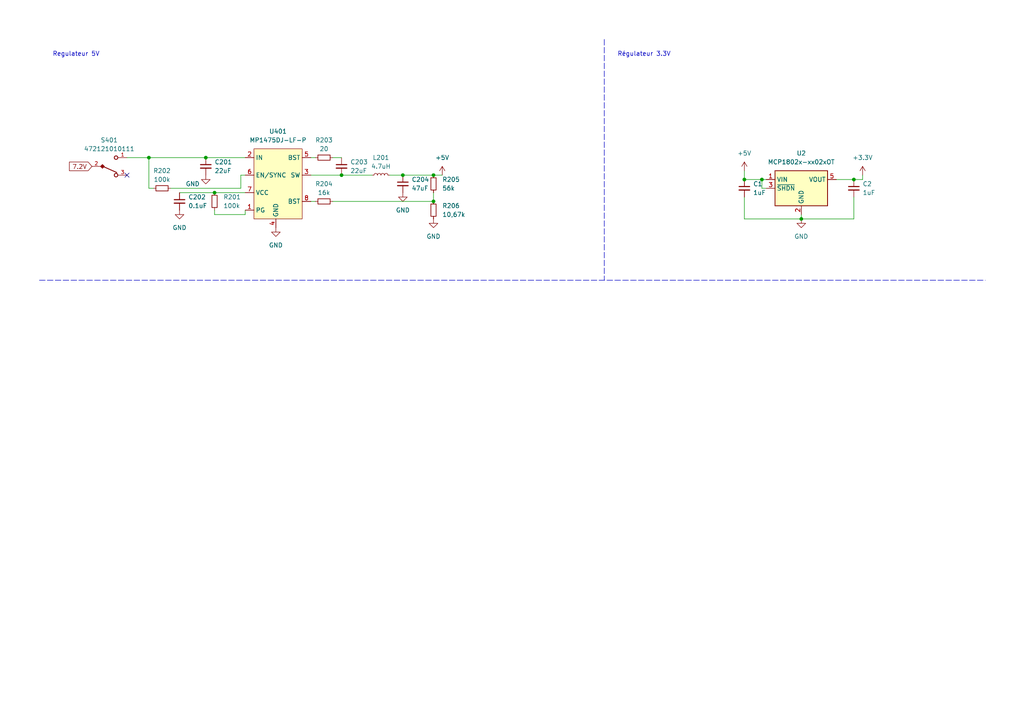
<source format=kicad_sch>
(kicad_sch (version 20230121) (generator eeschema)
  (paper "A4")
  (lib_symbols
    (symbol "Device:C_Small" (pin_numbers hide) (pin_names (offset 0.254) hide)
      (property "Reference" "C" (at 0.254 1.778 0))
      (property "Value" "C_Small" (at 0.254 -2.032 0))
      (symbol "C_Small_0_1"
        (polyline (pts (xy -1.524 -0.508) (xy 1.524 -0.508)) (stroke (width 0.3302)))
        (polyline (pts (xy -1.524 0.508) (xy 1.524 0.508)) (stroke (width 0.3048)))
      )
      (symbol "C_Small_1_1"
        (pin passive line (at 0 2.54 270) (length 2.032) (name "~") (number "1"))
        (pin passive line (at 0 -2.54 90) (length 2.032) (name "~") (number "2"))
      )
    )
    (symbol "Device:L_Small" (pin_numbers hide) (pin_names (offset 0.254) hide)
      (property "Reference" "L" (at 0.762 1.016 0))
      (property "Value" "L_Small" (at 0.762 -1.016 0))
      (symbol "L_Small_0_1"
        (arc (start 0 -2.032) (mid 0.5058 -1.524) (end 0 -1.016))
        (arc (start 0 -1.016) (mid 0.5058 -0.508) (end 0 0))
        (arc (start 0 0) (mid 0.5058 0.508) (end 0 1.016))
        (arc (start 0 1.016) (mid 0.5058 1.524) (end 0 2.032))
      )
      (symbol "L_Small_1_1"
        (pin passive line (at 0 2.54 270) (length 0.508) (name "~") (number "1"))
        (pin passive line (at 0 -2.54 90) (length 0.508) (name "~") (number "2"))
      )
    )
    (symbol "Device:R_Small" (pin_numbers hide) (pin_names (offset 0.254) hide)
      (property "Reference" "R" (at 0.762 0.508 0))
      (property "Value" "R_Small" (at 0.762 -1.016 0))
      (symbol "R_Small_0_1"
        (rectangle (start -0.762 1.778) (end 0.762 -1.778) (stroke (width 0.2032)))
      )
      (symbol "R_Small_1_1"
        (pin passive line (at 0 2.54 270) (length 0.762) (name "~") (number "1"))
        (pin passive line (at 0 -2.54 90) (length 0.762) (name "~") (number "2"))
      )
    )
    (symbol "MP1475:MP1475DJ-LF-P"
      (property "Reference" "U" (at -1.27 3.81 0))
      (property "Value" "MP1475DJ-LF-P" (at 0 1.27 0))
      (symbol "MP1475DJ-LF-P_1_1"
        (rectangle (start -12.7 -1.27) (end 1.27 -21.59) (fill (type background)))
        (pin output line (at -15.24 -19.05 0) (length 2.54) (name "PG") (number "1"))
        (pin power_in line (at -15.24 -3.81 0) (length 2.54) (name "IN") (number "2"))
        (pin output line (at 3.81 -8.89 180) (length 2.54) (name "SW") (number "3"))
        (pin power_in line (at -6.35 -24.13 90) (length 2.54) (name "GND") (number "4"))
        (pin output line (at 3.81 -3.81 180) (length 2.54) (name "BST") (number "5"))
        (pin input line (at -15.24 -8.89 0) (length 2.54) (name "EN/SYNC") (number "6"))
        (pin output line (at -15.24 -13.97 0) (length 2.54) (name "VCC") (number "7"))
        (pin output line (at 3.81 -16.51 180) (length 2.54) (name "BST") (number "8"))
      )
    )
    (symbol "Regulator_Linear:MCP1802x-xx02xOT"
      (property "Reference" "U" (at -6.35 6.35 0))
      (property "Value" "MCP1802x-xx02xOT" (at 0 6.35 0))
      (symbol "MCP1802x-xx02xOT_0_1"
        (rectangle (start -7.62 5.08) (end 7.62 -5.08) (stroke (width 0.254)) (fill (type background)))
      )
      (symbol "MCP1802x-xx02xOT_1_1"
        (pin power_in line (at -10.16 2.54 0) (length 2.54) (name "VIN") (number "1"))
        (pin power_in line (at 0 -7.62 90) (length 2.54) (name "GND") (number "2"))
        (pin input line (at -10.16 0 0) (length 2.54) (name "~{SHDN}") (number "3"))
        (pin no_connect line (at 7.62 0 180) (length 2.54) hide (name "NC") (number "4"))
        (pin power_out line (at 10.16 2.54 180) (length 2.54) (name "VOUT") (number "5"))
      )
    )
    (symbol "SWITCH:472121010111" (pin_names (offset 1.016))
      (property "Reference" "S" (at 0 3.81 0))
      (property "Value" "472121010111" (at 0 -5.08 0))
      (symbol "472121010111_0_0"
        (polyline (pts (xy -1.905 0) (xy 2.1082 -1.778)) (stroke (width 0.254)))
        (polyline (pts (xy -2.032 -0.508) (xy -2.54 0) (xy -2.032 0.508) (xy -1.524 0) (xy -2.032 -0.508)) (stroke (width 0.254)) (fill (type outline)))
        (circle (center 1.905 -2.54) (radius 0.508) (stroke (width 0.254)))
        (circle (center 1.905 2.54) (radius 0.508) (stroke (width 0.254)))
        (pin passive line (at 5.08 2.54 180) (length 2.54) (name "~") (number "1"))
        (pin passive line (at -5.08 0 0) (length 2.54) (name "~") (number "2"))
        (pin passive line (at 5.08 -2.54 180) (length 2.54) (name "~") (number "3"))
      )
    )
    (symbol "power:+3.3V" (power) (pin_names (offset 0))
      (property "Value" "+3.3V" (at 0 3.556 0))
      (symbol "+3.3V_0_1"
        (polyline (pts (xy -0.762 1.27) (xy 0 2.54)))
        (polyline (pts (xy 0 0) (xy 0 2.54)))
        (polyline (pts (xy 0 2.54) (xy 0.762 1.27)))
      )
      (symbol "+3.3V_1_1"
        (pin power_in line (at 0 0 90) (length 0) hide (name "+3.3V") (number "1"))
      )
    )
    (symbol "power:+5V" (power) (pin_names (offset 0))
      (property "Value" "+5V" (at 0 3.556 0))
      (symbol "+5V_0_1"
        (polyline (pts (xy -0.762 1.27) (xy 0 2.54)))
        (polyline (pts (xy 0 0) (xy 0 2.54)))
        (polyline (pts (xy 0 2.54) (xy 0.762 1.27)))
      )
      (symbol "+5V_1_1"
        (pin power_in line (at 0 0 90) (length 0) hide (name "+5V") (number "1"))
      )
    )
    (symbol "power:GND" (power) (pin_names (offset 0))
      (property "Value" "GND" (at 0 -3.81 0))
      (symbol "GND_0_1"
        (polyline (pts (xy 0 0) (xy 0 -1.27) (xy 1.27 -1.27) (xy 0 -2.54) (xy -1.27 -1.27) (xy 0 -1.27)))
      )
      (symbol "GND_1_1"
        (pin power_in line (at 0 0 270) (length 0) hide (name "GND") (number "1"))
      )
    )
  )
  (junction (at 247.65 52.07))
  (junction (at 62.23 55.88))
  (junction (at 220.98 52.07))
  (junction (at 125.73 50.8))
  (junction (at 43.18 45.72))
  (junction (at 99.06 50.8))
  (junction (at 215.9 52.07))
  (junction (at 125.73 58.42))
  (junction (at 59.69 45.72))
  (junction (at 116.84 50.8))
  (junction (at 232.41 63.5))
  (no_connect (at 36.83 50.8))
  (wire (pts (xy 116.84 50.8) (xy 125.73 50.8)))
  (polyline (pts (xy 175.26 11.43) (xy 175.26 81.28)) (stroke (width 0) (type dash)))
  (wire (pts (xy 90.17 45.72) (xy 91.44 45.72)))
  (wire (pts (xy 232.41 63.5) (xy 247.65 63.5)))
  (wire (pts (xy 247.65 63.5) (xy 247.65 57.15)))
  (wire (pts (xy 62.23 62.23) (xy 62.23 60.96)))
  (wire (pts (xy 215.9 49.53) (xy 215.9 52.07)))
  (wire (pts (xy 90.17 58.42) (xy 91.44 58.42)))
  (wire (pts (xy 71.12 60.96) (xy 71.12 62.23)))
  (wire (pts (xy 222.25 54.61) (xy 220.98 54.61)))
  (wire (pts (xy 59.69 45.72) (xy 71.12 45.72)))
  (wire (pts (xy 43.18 54.61) (xy 43.18 45.72)))
  (wire (pts (xy 96.52 45.72) (xy 99.06 45.72)))
  (wire (pts (xy 90.17 50.8) (xy 99.06 50.8)))
  (wire (pts (xy 215.9 52.07) (xy 220.98 52.07)))
  (wire (pts (xy 215.9 63.5) (xy 232.41 63.5)))
  (wire (pts (xy 247.65 52.07) (xy 250.19 52.07)))
  (wire (pts (xy 44.45 54.61) (xy 43.18 54.61)))
  (wire (pts (xy 99.06 50.8) (xy 107.95 50.8)))
  (wire (pts (xy 52.07 55.88) (xy 62.23 55.88)))
  (wire (pts (xy 220.98 54.61) (xy 220.98 52.07)))
  (wire (pts (xy 220.98 52.07) (xy 222.25 52.07)))
  (wire (pts (xy 250.19 50.8) (xy 250.19 52.07)))
  (wire (pts (xy 69.85 50.8) (xy 69.85 54.61)))
  (wire (pts (xy 43.18 45.72) (xy 59.69 45.72)))
  (wire (pts (xy 113.03 50.8) (xy 116.84 50.8)))
  (wire (pts (xy 125.73 50.8) (xy 128.27 50.8)))
  (wire (pts (xy 71.12 50.8) (xy 69.85 50.8)))
  (wire (pts (xy 242.57 52.07) (xy 247.65 52.07)))
  (polyline (pts (xy 11.43 81.28) (xy 285.75 81.28)) (stroke (width 0) (type dash)))
  (wire (pts (xy 62.23 55.88) (xy 71.12 55.88)))
  (wire (pts (xy 36.83 45.72) (xy 43.18 45.72)))
  (wire (pts (xy 69.85 54.61) (xy 49.53 54.61)))
  (wire (pts (xy 125.73 55.88) (xy 125.73 58.42)))
  (wire (pts (xy 215.9 57.15) (xy 215.9 63.5)))
  (wire (pts (xy 62.23 62.23) (xy 71.12 62.23)))
  (wire (pts (xy 96.52 58.42) (xy 125.73 58.42)))
  (wire (pts (xy 232.41 63.5) (xy 232.41 62.23)))
  (text "Regulateur 5V" (at 15.24 16.51 0) (effects (font (size 1.27 1.27)) (justify left bottom)))
  (text "Régulateur 3.3V\n" (at 179.07 16.51 0) (effects (font (size 1.27 1.27)) (justify left bottom)))
  (global_label "7.2V" (shape input) (at 26.67 48.26 180) (property "Intersheetrefs" "${INTERSHEET_REFS}" (effects hide)))
  (symbol (lib_id "Device:R_Small") (at 93.98 58.42 90) (unit 1)
    (property "Reference" "R204" (at 93.98 53.34 90))
    (property "Value" "16k" (at 93.98 55.88 90))
    (instances (project "KiCadAlimentation" (path "" (reference "R204") (unit 1))) (project "robot" (path "" (reference "R404") (unit 1))) (project "Regulateurs" (path "" (reference "R204") (unit 1))))
  )
  (symbol (lib_id "Regulator_Linear:MCP1802x-xx02xOT") (at 232.41 54.61 0) (unit 1)
    (property "Reference" "U2" (at 232.41 44.45 0))
    (property "Value" "MCP1802x-xx02xOT" (at 232.41 46.99 0))
    (property "Footprint" "Package_TO_SOT_SMD:SOT-23-5" (effects hide))
    (property "Datasheet" "http://ww1.microchip.com/downloads/en/DeviceDoc/22053C.pdf" (effects hide))
    (instances (project "TD1" (path "" (reference "U2") (unit 1))) (project "robot" (path "" (reference "U402") (unit 1))) (project "USB" (path "" (reference "U2") (unit 1))))
  )
  (symbol (lib_id "power:GND") (at 59.69 50.8 0) (unit 1)
    (property "Reference" "#PWR0203" (effects hide))
    (property "Value" "GND" (at 55.88 53.34 0))
    (instances (project "KiCadAlimentation" (path "" (reference "#PWR0203") (unit 1))) (project "robot" (path "" (reference "#PWR0402") (unit 1))) (project "Regulateurs" (path "" (reference "#PWR0203") (unit 1))))
  )
  (symbol (lib_id "power:GND") (at 116.84 55.88 0) (unit 1)
    (property "Reference" "#PWR0204" (effects hide))
    (property "Value" "GND" (at 116.84 60.96 0))
    (instances (project "KiCadAlimentation" (path "" (reference "#PWR0204") (unit 1))) (project "robot" (path "" (reference "#PWR0404") (unit 1))) (project "Regulateurs" (path "" (reference "#PWR0204") (unit 1))))
  )
  (symbol (lib_id "Device:C_Small") (at 116.84 53.34 0) (unit 1)
    (property "Reference" "C204" (at 119.38 52.0763 0) (effects (justify left)))
    (property "Value" "47uF" (at 119.38 54.6163 0) (effects (justify left)))
    (instances (project "KiCadAlimentation" (path "" (reference "C204") (unit 1))) (project "robot" (path "" (reference "C404") (unit 1))) (project "Regulateurs" (path "" (reference "C204") (unit 1))))
  )
  (symbol (lib_id "Device:L_Small") (at 110.49 50.8 90) (unit 1)
    (property "Reference" "L201" (at 110.49 45.72 90))
    (property "Value" "4.7uH" (at 110.49 48.26 90))
    (instances (project "KiCadAlimentation" (path "" (reference "L201") (unit 1))) (project "robot" (path "" (reference "L401") (unit 1))) (project "Regulateurs" (path "" (reference "L201") (unit 1))))
  )
  (symbol (lib_id "power:+3.3V") (at 250.19 50.8 0) (unit 1)
    (property "Reference" "#PWR02" (effects hide))
    (property "Value" "+3.3V" (at 250.19 45.72 0))
    (instances (project "TD1" (path "" (reference "#PWR02") (unit 1))) (project "robot" (path "" (reference "#PWR0409") (unit 1))) (project "USB" (path "" (reference "#PWR02") (unit 1))))
  )
  (symbol (lib_id "Device:C_Small") (at 247.65 54.61 0) (unit 1)
    (property "Reference" "C2" (at 250.19 53.3463 0) (effects (justify left)))
    (property "Value" "1uF" (at 250.19 55.8863 0) (effects (justify left)))
    (property "Footprint" "Capacitor_SMD:C_0603_1608Metric_Pad1.08x0.95mm_HandSolder" (effects hide))
    (instances (project "TD1" (path "" (reference "C2") (unit 1))) (project "robot" (path "" (reference "C406") (unit 1))) (project "USB" (path "" (reference "C2") (unit 1))))
  )
  (symbol (lib_id "Device:R_Small") (at 125.73 60.96 180) (unit 1)
    (property "Reference" "R206" (at 128.27 59.69 0) (effects (justify right)))
    (property "Value" "10,67k" (at 128.27 62.23 0) (effects (justify right)))
    (instances (project "KiCadAlimentation" (path "" (reference "R206") (unit 1))) (project "robot" (path "" (reference "R406") (unit 1))) (project "Regulateurs" (path "" (reference "R206") (unit 1))))
  )
  (symbol (lib_id "power:GND") (at 125.73 63.5 0) (unit 1)
    (property "Reference" "#PWR0205" (effects hide))
    (property "Value" "GND" (at 125.73 68.58 0))
    (instances (project "KiCadAlimentation" (path "" (reference "#PWR0205") (unit 1))) (project "robot" (path "" (reference "#PWR0405") (unit 1))) (project "Regulateurs" (path "" (reference "#PWR0205") (unit 1))))
  )
  (symbol (lib_id "SWITCH:472121010111") (at 31.75 48.26 0) (unit 1)
    (property "Reference" "S401" (at 31.6865 40.64 0))
    (property "Value" "472121010111" (at 31.6865 43.18 0))
    (property "Footprint" "472121010111:472121010111" (effects hide))
    (property "MF" "Wurth Elektronik" (effects hide))
    (property "ACTUATOR-LENGTH" "10.4mm" (effects hide))
    (property "Package" "None" (effects hide))
    (property "MOUNT" "THT" (effects hide))
    (property "Check_prices" "https://www.snapeda.com/parts/472121010111/Wurth+Elektronik/view-part/?ref=eda" (effects hide))
    (property "SnapEDA_Link" "https://www.snapeda.com/parts/472121010111/Wurth+Elektronik/view-part/?ref=snap" (effects hide))
    (property "VALUE" "472121010111" (effects hide))
    (property "Availability" "In Stock" (effects hide))
    (property "SWITCHING-FUNCTION" "ON-ON" (effects hide))
    (property "DATASHEET-URL" "https://www.we-online.com/redexpert/spec/472121010111?ae" (effects hide))
    (property "MP" "472121010111" (effects hide))
    (property "PART-NUMBER" "472121010111" (effects hide))
    (property "Description" "\nWurth Elektronik WS-TOTV Toggle Switch 12.7x6.6x8.8mm\n" (effects hide))
    (property "Price" "None" (effects hide))
    (property "BUSHING-LENGTH" "9mm" (effects hide))
  )
  (symbol (lib_id "Device:R_Small") (at 93.98 45.72 90) (unit 1)
    (property "Reference" "R203" (at 93.98 40.64 90))
    (property "Value" "20" (at 93.98 43.18 90))
    (instances (project "KiCadAlimentation" (path "" (reference "R203") (unit 1))) (project "robot" (path "" (reference "R403") (unit 1))) (project "Regulateurs" (path "" (reference "R203") (unit 1))))
  )
  (symbol (lib_id "Device:C_Small") (at 59.69 48.26 0) (unit 1)
    (property "Reference" "C201" (at 62.23 46.9963 0) (effects (justify left)))
    (property "Value" "22uF" (at 62.23 49.5363 0) (effects (justify left)))
    (instances (project "KiCadAlimentation" (path "" (reference "C201") (unit 1))) (project "robot" (path "" (reference "C402") (unit 1))) (project "Regulateurs" (path "" (reference "C201") (unit 1))))
  )
  (symbol (lib_id "Device:R_Small") (at 125.73 53.34 180) (unit 1)
    (property "Reference" "R205" (at 128.27 52.07 0) (effects (justify right)))
    (property "Value" "56k" (at 128.27 54.61 0) (effects (justify right)))
    (instances (project "KiCadAlimentation" (path "" (reference "R205") (unit 1))) (project "robot" (path "" (reference "R405") (unit 1))) (project "Regulateurs" (path "" (reference "R205") (unit 1))))
  )
  (symbol (lib_id "power:GND") (at 232.41 63.5 0) (unit 1)
    (property "Reference" "#PWR04" (effects hide))
    (property "Value" "GND" (at 232.41 68.58 0))
    (instances (project "TD1" (path "" (reference "#PWR04") (unit 1))) (project "robot" (path "" (reference "#PWR0408") (unit 1))) (project "USB" (path "" (reference "#PWR04") (unit 1))))
  )
  (symbol (lib_id "Device:C_Small") (at 215.9 54.61 0) (unit 1)
    (property "Reference" "C1" (at 218.44 53.3463 0) (effects (justify left)))
    (property "Value" "1uF" (at 218.44 55.8863 0) (effects (justify left)))
    (property "Footprint" "Capacitor_SMD:C_0603_1608Metric_Pad1.08x0.95mm_HandSolder" (effects hide))
    (instances (project "TD1" (path "" (reference "C1") (unit 1))) (project "robot" (path "" (reference "C405") (unit 1))) (project "USB" (path "" (reference "C1") (unit 1))))
  )
  (symbol (lib_id "power:+5V") (at 128.27 50.8 0) (unit 1)
    (property "Reference" "#PWR0206" (effects hide))
    (property "Value" "+5V" (at 128.27 45.72 0))
    (instances (project "KiCadAlimentation" (path "" (reference "#PWR0206") (unit 1))) (project "robot" (path "" (reference "#PWR0406") (unit 1))) (project "Regulateurs" (path "" (reference "#PWR0206") (unit 1))))
  )
  (symbol (lib_id "power:+5V") (at 215.9 49.53 0) (unit 1)
    (property "Reference" "#PWR03" (effects hide))
    (property "Value" "+5V" (at 215.9 44.45 0))
    (instances (project "TD1" (path "" (reference "#PWR03") (unit 1))) (project "robot" (path "" (reference "#PWR0407") (unit 1))) (project "USB" (path "" (reference "#PWR03") (unit 1))))
  )
  (symbol (lib_id "MP1475:MP1475DJ-LF-P") (at 86.36 41.91 0) (unit 1)
    (property "Reference" "U401" (at 80.645 38.1 0))
    (property "Value" "MP1475DJ-LF-P" (at 80.645 40.64 0))
    (property "Footprint" "MP1475:MP1475DJ-LF-P" (effects hide))
  )
  (symbol (lib_id "power:GND") (at 80.01 66.04 0) (unit 1)
    (property "Reference" "#PWR0201" (effects hide))
    (property "Value" "GND" (at 80.01 71.12 0))
    (instances (project "KiCadAlimentation" (path "" (reference "#PWR0201") (unit 1))) (project "robot" (path "" (reference "#PWR0403") (unit 1))) (project "Regulateurs" (path "" (reference "#PWR0201") (unit 1))))
  )
  (symbol (lib_id "Device:R_Small") (at 46.99 54.61 90) (unit 1)
    (property "Reference" "R202" (at 46.99 49.53 90))
    (property "Value" "100k" (at 46.99 52.07 90))
    (instances (project "KiCadAlimentation" (path "" (reference "R202") (unit 1))) (project "robot" (path "" (reference "R401") (unit 1))) (project "Regulateurs" (path "" (reference "R202") (unit 1))))
  )
  (symbol (lib_id "Device:C_Small") (at 99.06 48.26 0) (unit 1)
    (property "Reference" "C203" (at 101.6 46.9963 0) (effects (justify left)))
    (property "Value" "22uF" (at 101.6 49.5363 0) (effects (justify left)))
    (instances (project "KiCadAlimentation" (path "" (reference "C203") (unit 1))) (project "robot" (path "" (reference "C403") (unit 1))) (project "Regulateurs" (path "" (reference "C203") (unit 1))))
  )
  (symbol (lib_id "Device:C_Small") (at 52.07 58.42 0) (unit 1)
    (property "Reference" "C202" (at 54.61 57.1563 0) (effects (justify left)))
    (property "Value" "0.1uF" (at 54.61 59.6963 0) (effects (justify left)))
    (instances (project "KiCadAlimentation" (path "" (reference "C202") (unit 1))) (project "robot" (path "" (reference "C401") (unit 1))) (project "Regulateurs" (path "" (reference "C202") (unit 1))))
  )
  (symbol (lib_id "Device:R_Small") (at 62.23 58.42 0) (unit 1)
    (property "Reference" "R201" (at 64.77 57.15 0) (effects (justify left)))
    (property "Value" "100k" (at 64.77 59.69 0) (effects (justify left)))
    (instances (project "KiCadAlimentation" (path "" (reference "R201") (unit 1))) (project "robot" (path "" (reference "R402") (unit 1))) (project "Regulateurs" (path "" (reference "R201") (unit 1))))
  )
  (symbol (lib_id "power:GND") (at 52.07 60.96 0) (unit 1)
    (property "Reference" "#PWR0202" (effects hide))
    (property "Value" "GND" (at 52.07 66.04 0))
    (instances (project "KiCadAlimentation" (path "" (reference "#PWR0202") (unit 1))) (project "robot" (path "" (reference "#PWR0401") (unit 1))) (project "Regulateurs" (path "" (reference "#PWR0202") (unit 1))))
  )
)
</source>
